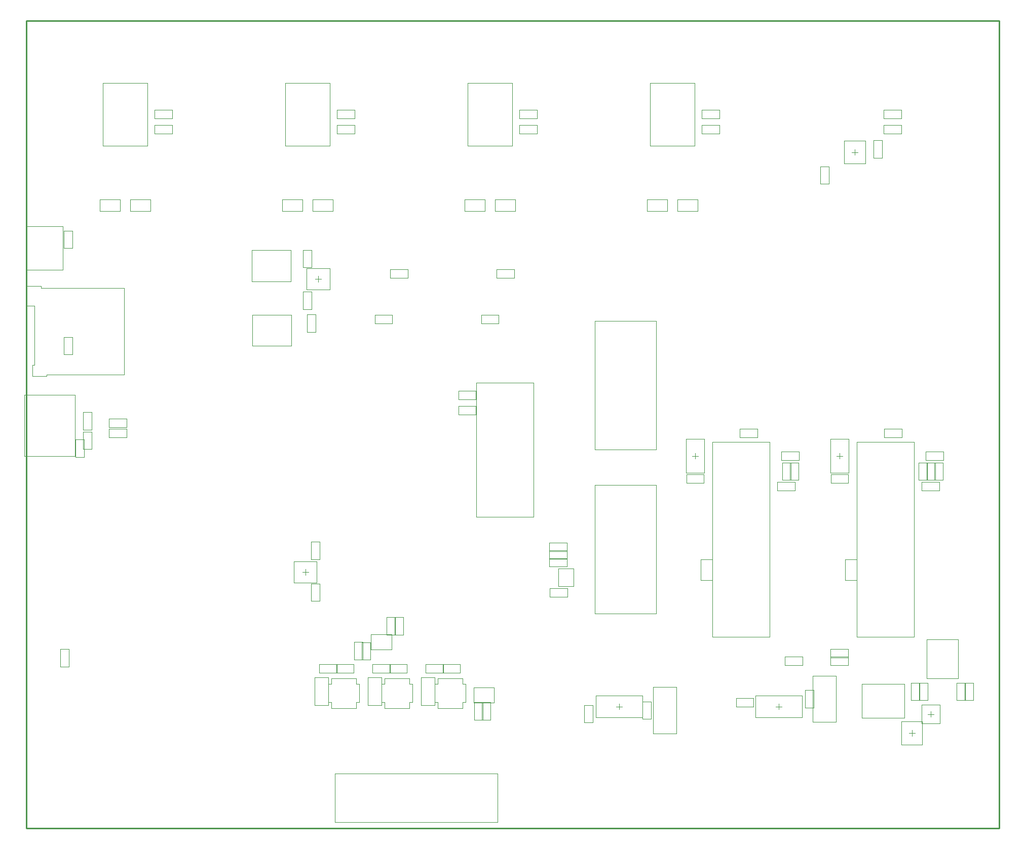
<source format=gko>
G04*
G04 #@! TF.GenerationSoftware,Altium Limited,Altium Designer,22.10.1 (41)*
G04*
G04 Layer_Color=32768*
%FSLAX25Y25*%
%MOIN*%
G70*
G04*
G04 #@! TF.SameCoordinates,F9F3A06B-563E-4FCB-9898-75D578650021*
G04*
G04*
G04 #@! TF.FilePolarity,Positive*
G04*
G01*
G75*
%ADD14C,0.01000*%
%ADD163C,0.00197*%
%ADD164C,0.00394*%
D14*
X25000Y25000D02*
X664921D01*
X25000Y556496D02*
X664921D01*
Y25000D02*
Y556496D01*
X25000Y25000D02*
Y556496D01*
D163*
X563630Y188276D02*
Y201724D01*
X571370Y188276D02*
Y201724D01*
X563630D02*
X571370D01*
X563630Y188276D02*
X571370D01*
X468630D02*
Y201724D01*
X476370Y188276D02*
Y201724D01*
X468630D02*
X476370D01*
X468630Y188276D02*
X476370D01*
X600610Y95079D02*
X614390D01*
X600610Y79921D02*
X614390D01*
X600610D02*
Y95079D01*
X614390Y79921D02*
Y95079D01*
X602496Y97478D02*
Y119722D01*
X574504D02*
X602496D01*
X574504Y97478D02*
Y119722D01*
Y97478D02*
X602496D01*
X47185Y131161D02*
Y142697D01*
X52815Y131161D02*
Y142697D01*
X47185D02*
X52815D01*
X47185Y131161D02*
X52815D01*
X320965Y318189D02*
X358760D01*
X320965Y230000D02*
Y318189D01*
Y230000D02*
X358760D01*
Y318189D01*
X216110Y186610D02*
Y200390D01*
X200953Y186610D02*
Y200390D01*
X216110D01*
X200953Y186610D02*
X216110D01*
X504646Y112087D02*
X535354D01*
X504646Y97913D02*
X535354D01*
X504646D02*
Y112087D01*
X535354Y97913D02*
Y112087D01*
X435394Y515669D02*
X464606D01*
X435394Y474331D02*
X464606D01*
X435394D02*
Y515669D01*
X464606Y474331D02*
Y515669D01*
X399646Y112087D02*
X430354D01*
X399646Y97913D02*
X430354D01*
X399646D02*
Y112087D01*
X430354Y97913D02*
Y112087D01*
X315394Y515669D02*
X344606D01*
X315394Y474331D02*
X344606D01*
X315394D02*
Y515669D01*
X344606Y474331D02*
Y515669D01*
X293789Y107738D02*
X295600D01*
Y103997D02*
Y107738D01*
Y103997D02*
X312056D01*
Y107738D01*
X313867D01*
Y119942D01*
X312056D02*
X313867D01*
X312056D02*
Y123682D01*
X295600D02*
X312056D01*
X295600Y119942D02*
Y123682D01*
X293789Y119942D02*
X295600D01*
X293789Y107738D02*
Y119942D01*
X258788Y107738D02*
X260599D01*
Y103997D02*
Y107738D01*
Y103997D02*
X277056D01*
Y107738D01*
X278867D01*
Y119942D01*
X277056D02*
X278867D01*
X277056D02*
Y123682D01*
X260599D02*
X277056D01*
X260599Y119942D02*
Y123682D01*
X258788Y119942D02*
X260599D01*
X258788Y107738D02*
Y119942D01*
X223788Y107738D02*
X225600D01*
Y103997D02*
Y107738D01*
Y103997D02*
X242056D01*
Y107738D01*
X243867D01*
Y119942D01*
X242056D02*
X243867D01*
X242056D02*
Y123682D01*
X225600D02*
X242056D01*
X225600Y119942D02*
Y123682D01*
X223788Y119942D02*
X225600D01*
X223788Y107738D02*
Y119942D01*
X195394Y515669D02*
X224606D01*
X195394Y474331D02*
X224606D01*
X195394D02*
Y515669D01*
X224606Y474331D02*
Y515669D01*
X75394D02*
X104606D01*
X75394Y474331D02*
X104606D01*
X75394D02*
Y515669D01*
X104606Y474331D02*
Y515669D01*
X616606Y272752D02*
X628142D01*
X616606Y267122D02*
X628142D01*
X616606D02*
Y272752D01*
X628142Y267122D02*
Y272752D01*
X62185Y287303D02*
Y298839D01*
X67815Y287303D02*
Y298839D01*
X62185D02*
X67815D01*
X62185Y287303D02*
X67815D01*
X62248Y274358D02*
Y285894D01*
X67878Y274358D02*
Y285894D01*
X62248D02*
X67878D01*
X62248Y274358D02*
X67878D01*
X212752Y366606D02*
Y378142D01*
X207122Y366606D02*
Y378142D01*
Y366606D02*
X212752D01*
X207122Y378142D02*
X212752D01*
Y394106D02*
Y405642D01*
X207122Y394106D02*
Y405642D01*
Y394106D02*
X212752D01*
X207122Y405642D02*
X212752D01*
X212248Y201858D02*
Y213394D01*
X217878Y201858D02*
Y213394D01*
X212248D02*
X217878D01*
X212248Y201858D02*
X217878D01*
X212248Y174358D02*
Y185894D01*
X217878Y174358D02*
Y185894D01*
X212248D02*
X217878D01*
X212248Y174358D02*
X217878D01*
X647852Y109058D02*
Y120594D01*
X642222Y109058D02*
Y120594D01*
X647852D01*
X642222Y109058D02*
X647852D01*
X637048Y109106D02*
Y120642D01*
X642678Y109106D02*
Y120642D01*
X637048Y109106D02*
X642678D01*
X637048Y120642D02*
X642678D01*
X622348Y254106D02*
Y265642D01*
X627978Y254106D02*
Y265642D01*
X622348Y254106D02*
X627978D01*
X622348Y265642D02*
X627978D01*
X617248Y254106D02*
Y265642D01*
X622878Y254106D02*
Y265642D01*
X617248Y254106D02*
X622878D01*
X617248Y265642D02*
X622878D01*
X614106Y252752D02*
X625642D01*
X614106Y247122D02*
X625642D01*
X614106D02*
Y252752D01*
X625642Y247122D02*
Y252752D01*
X612248Y109106D02*
Y120642D01*
X617878Y109106D02*
Y120642D01*
X612248Y109106D02*
X617878D01*
X612248Y120642D02*
X617878D01*
X612048Y254106D02*
Y265642D01*
X617678Y254106D02*
Y265642D01*
X612048Y254106D02*
X617678D01*
X612048Y265642D02*
X617678D01*
X607048Y109106D02*
Y120642D01*
X612678Y109106D02*
Y120642D01*
X607048Y109106D02*
X612678D01*
X607048Y120642D02*
X612678D01*
X589358Y282248D02*
X600894D01*
X589358Y287878D02*
X600894D01*
Y282248D02*
Y287878D01*
X589358Y282248D02*
Y287878D01*
X589106Y497752D02*
X600642D01*
X589106Y492122D02*
X600642D01*
X589106D02*
Y497752D01*
X600642Y492122D02*
Y497752D01*
X589106Y487752D02*
X600642D01*
X589106Y482122D02*
X600642D01*
X589106D02*
Y487752D01*
X600642Y482122D02*
Y487752D01*
X587815Y466161D02*
Y477697D01*
X582185Y466161D02*
Y477697D01*
X587815D01*
X582185Y466161D02*
X587815D01*
X554106Y137752D02*
X565642D01*
X554106Y132122D02*
X565642D01*
X554106D02*
Y137752D01*
X565642Y132122D02*
Y137752D01*
X554058Y137248D02*
X565594D01*
X554058Y142878D02*
X565594D01*
Y137248D02*
Y142878D01*
X554058Y137248D02*
Y142878D01*
X547248Y449106D02*
Y460642D01*
X552878Y449106D02*
Y460642D01*
X547248Y449106D02*
X552878D01*
X547248Y460642D02*
X552878D01*
X542362Y94803D02*
X557638D01*
Y125197D01*
X542362D02*
X557638D01*
X542362Y94803D02*
Y125197D01*
X527348Y254106D02*
Y265642D01*
X532978Y254106D02*
Y265642D01*
X527348Y254106D02*
X532978D01*
X527348Y265642D02*
X532978D01*
X524106Y137752D02*
X535642D01*
X524106Y132122D02*
X535642D01*
X524106D02*
Y137752D01*
X535642Y132122D02*
Y137752D01*
X522248Y254106D02*
Y265642D01*
X527878Y254106D02*
Y265642D01*
X522248Y254106D02*
X527878D01*
X522248Y265642D02*
X527878D01*
X519106Y252752D02*
X530642D01*
X519106Y247122D02*
X530642D01*
X519106D02*
Y252752D01*
X530642Y247122D02*
Y252752D01*
X521606Y272752D02*
X533142D01*
X521606Y267122D02*
X533142D01*
X521606D02*
Y272752D01*
X533142Y267122D02*
Y272752D01*
X491858Y104748D02*
X503394D01*
X491858Y110378D02*
X503394D01*
Y104748D02*
Y110378D01*
X491858Y104748D02*
Y110378D01*
X494358Y282248D02*
X505894D01*
X494358Y287878D02*
X505894D01*
Y282248D02*
Y287878D01*
X494358Y282248D02*
Y287878D01*
X469358Y482248D02*
X480894D01*
X469358Y487878D02*
X480894D01*
Y482248D02*
Y487878D01*
X469358Y482248D02*
Y487878D01*
Y492248D02*
X480894D01*
X469358Y497878D02*
X480894D01*
Y492248D02*
Y497878D01*
X469358Y492248D02*
Y497878D01*
X437362Y117697D02*
X452638D01*
X437362Y87303D02*
Y117697D01*
Y87303D02*
X452638D01*
Y117697D01*
X397752Y94358D02*
Y105894D01*
X392122Y94358D02*
Y105894D01*
X397752D01*
X392122Y94358D02*
X397752D01*
X369358Y177248D02*
X380894D01*
X369358Y182878D02*
X380894D01*
Y177248D02*
Y182878D01*
X369358Y177248D02*
Y182878D01*
X369106Y202652D02*
X380642D01*
X369106Y197022D02*
X380642D01*
X369106D02*
Y202652D01*
X380642Y197022D02*
Y202652D01*
X369106Y207752D02*
X380642D01*
X369106Y202122D02*
X380642D01*
X369106D02*
Y207752D01*
X380642Y202122D02*
Y207752D01*
X369106Y212952D02*
X380642D01*
X369106Y207322D02*
X380642D01*
X369106D02*
Y212952D01*
X380642Y207322D02*
Y212952D01*
X349358Y482248D02*
X360894D01*
X349358Y487878D02*
X360894D01*
Y482248D02*
Y487878D01*
X349358Y482248D02*
Y487878D01*
Y492248D02*
X360894D01*
X349358Y497878D02*
X360894D01*
Y492248D02*
Y497878D01*
X349358Y492248D02*
Y497878D01*
X334358Y387248D02*
X345894D01*
X334358Y392878D02*
X345894D01*
Y387248D02*
Y392878D01*
X334358Y387248D02*
Y392878D01*
X324685Y96161D02*
Y107697D01*
X330315Y96161D02*
Y107697D01*
X324685Y96161D02*
X330315D01*
X324685Y107697D02*
X330315D01*
X325252Y96158D02*
Y107694D01*
X319622Y96158D02*
Y107694D01*
X325252D01*
X319622Y96158D02*
X325252D01*
X298858Y127248D02*
X310394D01*
X298858Y132878D02*
X310394D01*
Y127248D02*
Y132878D01*
X298858Y127248D02*
Y132878D01*
X272815Y152303D02*
Y163839D01*
X267185Y152303D02*
Y163839D01*
X272815D01*
X267185Y152303D02*
X272815D01*
X264358Y387248D02*
X275894D01*
X264358Y392878D02*
X275894D01*
Y387248D02*
Y392878D01*
X264358Y387248D02*
Y392878D01*
X263858Y127248D02*
X275394D01*
X263858Y132878D02*
X275394D01*
Y127248D02*
Y132878D01*
X263858Y127248D02*
Y132878D01*
X261848Y152306D02*
Y163842D01*
X267478Y152306D02*
Y163842D01*
X261848Y152306D02*
X267478D01*
X261848Y163842D02*
X267478D01*
X245748Y135806D02*
Y147342D01*
X251378Y135806D02*
Y147342D01*
X245748Y135806D02*
X251378D01*
X245748Y147342D02*
X251378D01*
X246304Y135851D02*
Y147386D01*
X240674Y135851D02*
Y147386D01*
X246304D01*
X240674Y135851D02*
X246304D01*
X229358Y482248D02*
X240894D01*
X229358Y487878D02*
X240894D01*
Y482248D02*
Y487878D01*
X229358Y482248D02*
Y487878D01*
Y492248D02*
X240894D01*
X229358Y497878D02*
X240894D01*
Y492248D02*
Y497878D01*
X229358Y492248D02*
Y497878D01*
X228858Y127248D02*
X240394D01*
X228858Y132878D02*
X240394D01*
Y127248D02*
Y132878D01*
X228858Y127248D02*
Y132878D01*
X209748Y351606D02*
Y363142D01*
X215378Y351606D02*
Y363142D01*
X209748Y351606D02*
X215378D01*
X209748Y363142D02*
X215378D01*
X109358Y482248D02*
X120894D01*
X109358Y487878D02*
X120894D01*
Y482248D02*
Y487878D01*
X109358Y482248D02*
Y487878D01*
Y492248D02*
X120894D01*
X109358Y497878D02*
X120894D01*
Y492248D02*
Y497878D01*
X109358Y492248D02*
Y497878D01*
X79358Y282248D02*
X90894D01*
X79358Y287878D02*
X90894D01*
Y282248D02*
Y287878D01*
X79358Y282248D02*
Y287878D01*
Y288748D02*
X90894D01*
X79358Y294378D02*
X90894D01*
Y288748D02*
Y294378D01*
X79358Y288748D02*
Y294378D01*
X209390Y379610D02*
Y393390D01*
X224547Y379610D02*
Y393390D01*
X209390Y379610D02*
X224547D01*
X209390Y393390D02*
X224547D01*
X563110Y477579D02*
X576890D01*
X563110Y462421D02*
X576890D01*
Y477579D01*
X563110Y462421D02*
Y477579D01*
X319252Y107638D02*
Y117480D01*
Y107638D02*
X332756D01*
Y117480D01*
X319252D02*
X332756D01*
X251752Y142520D02*
Y152362D01*
Y142520D02*
X265256D01*
Y152362D01*
X251752D02*
X265256D01*
X571220Y150728D02*
Y279272D01*
X608819D01*
Y150728D02*
Y279272D01*
X571220Y150728D02*
X608819D01*
X476221D02*
Y279272D01*
X513819D01*
Y150728D02*
Y279272D01*
X476221Y150728D02*
X513819D01*
X617402Y149260D02*
X637874D01*
Y123642D02*
Y149260D01*
X617402Y123642D02*
X637874D01*
X617402D02*
Y149260D01*
X439350Y166142D02*
Y250787D01*
X398996D02*
X439350D01*
X398996Y166142D02*
Y250787D01*
Y166142D02*
X439350D01*
Y274213D02*
Y358858D01*
X398996D02*
X439350D01*
X398996Y274213D02*
Y358858D01*
Y274213D02*
X439350D01*
X228015Y60984D02*
X334983D01*
Y28858D02*
Y60984D01*
X228015Y29016D02*
X334983Y28858D01*
X228015Y29016D02*
Y60984D01*
X173240Y384902D02*
Y405374D01*
X198858D01*
Y384902D02*
Y405374D01*
X173240Y384902D02*
X198858D01*
X173642Y342402D02*
Y362874D01*
X199260D01*
Y342402D02*
Y362874D01*
X173642Y342402D02*
X199260D01*
X89249Y323472D02*
Y380559D01*
X34524D02*
X89249D01*
X34524D02*
Y381740D01*
X25076D02*
X34524D01*
X25076Y368748D02*
Y381740D01*
Y368748D02*
X30194D01*
Y329969D02*
Y368748D01*
X29013Y329969D02*
X30194D01*
X29013Y322488D02*
Y329969D01*
Y322488D02*
X38461D01*
Y323472D01*
X89249D01*
X25216Y421339D02*
X49035D01*
X25216Y392598D02*
Y421339D01*
Y392598D02*
X49035D01*
Y421339D01*
X56968Y269921D02*
Y310079D01*
X23779Y269921D02*
X56968D01*
X23779D02*
Y310079D01*
X56968D01*
X626102Y93858D02*
Y106142D01*
X613898Y93858D02*
Y106142D01*
Y93858D02*
X626102D01*
X613898Y106142D02*
X626102D01*
X554095Y281221D02*
X565906D01*
X554095Y258780D02*
X565906D01*
Y281221D01*
X554095Y258780D02*
Y281221D01*
X459094D02*
X470905D01*
X459094Y258780D02*
X470905D01*
Y281221D01*
X459094Y258780D02*
Y281221D01*
X375079Y184095D02*
X384921D01*
Y195905D01*
X375079D02*
X384921D01*
X375079Y184095D02*
Y195905D01*
X284472Y105748D02*
Y124252D01*
X293527D01*
Y105748D02*
Y124252D01*
X284472Y105748D02*
X293527D01*
X249471D02*
Y124252D01*
X258527D01*
Y105748D02*
Y124252D01*
X249471Y105748D02*
X258527D01*
X214472D02*
Y124252D01*
X223527D01*
Y105748D02*
Y124252D01*
X214472Y105748D02*
X223527D01*
X320768Y297185D02*
Y302815D01*
X309232Y297185D02*
Y302815D01*
Y297185D02*
X320768D01*
X309232Y302815D02*
X320768D01*
Y307185D02*
Y312815D01*
X309232Y307185D02*
Y312815D01*
Y307185D02*
X320768D01*
X309232Y312815D02*
X320768D01*
X565768Y252185D02*
Y257815D01*
X554232Y252185D02*
Y257815D01*
X565768D01*
X554232Y252185D02*
X565768D01*
X537185Y115768D02*
X542815D01*
X537185Y104232D02*
X542815D01*
X537185D02*
Y115768D01*
X542815Y104232D02*
Y115768D01*
X470768Y252185D02*
Y257815D01*
X459232Y252185D02*
Y257815D01*
X470768D01*
X459232Y252185D02*
X470768D01*
X453276Y431130D02*
X466724D01*
X453276Y438870D02*
X466724D01*
X453276Y431130D02*
Y438870D01*
X466724Y431130D02*
Y438870D01*
X433276D02*
X446724D01*
X433276Y431130D02*
X446724D01*
Y438870D01*
X433276Y431130D02*
Y438870D01*
X430185Y108268D02*
X435815D01*
X430185Y96732D02*
X435815D01*
X430185D02*
Y108268D01*
X435815Y96732D02*
Y108268D01*
X333276Y431130D02*
X346724D01*
X333276Y438870D02*
X346724D01*
X333276Y431130D02*
Y438870D01*
X346724Y431130D02*
Y438870D01*
X335768Y357185D02*
Y362815D01*
X324232Y357185D02*
Y362815D01*
X335768D01*
X324232Y357185D02*
X335768D01*
X313276Y438870D02*
X326724D01*
X313276Y431130D02*
X326724D01*
Y438870D01*
X313276Y431130D02*
Y438870D01*
X299268Y127185D02*
Y132815D01*
X287732Y127185D02*
Y132815D01*
X299268D01*
X287732Y127185D02*
X299268D01*
X265768Y357185D02*
Y362815D01*
X254232Y357185D02*
Y362815D01*
X265768D01*
X254232Y357185D02*
X265768D01*
X264268Y127185D02*
Y132815D01*
X252732Y127185D02*
Y132815D01*
X264268D01*
X252732Y127185D02*
X264268D01*
X229268D02*
Y132815D01*
X217732Y127185D02*
Y132815D01*
X229268D01*
X217732Y127185D02*
X229268D01*
X213276Y431130D02*
X226724D01*
X213276Y438870D02*
X226724D01*
X213276Y431130D02*
Y438870D01*
X226724Y431130D02*
Y438870D01*
X193276D02*
X206724D01*
X193276Y431130D02*
X206724D01*
Y438870D01*
X193276Y431130D02*
Y438870D01*
X93276Y431130D02*
X106724D01*
X93276Y438870D02*
X106724D01*
X93276Y431130D02*
Y438870D01*
X106724Y431130D02*
Y438870D01*
X73276D02*
X86724D01*
X73276Y431130D02*
X86724D01*
Y438870D01*
X73276Y431130D02*
Y438870D01*
X57185Y280768D02*
X62815D01*
X57185Y269232D02*
X62815D01*
X57185D02*
Y280768D01*
X62815Y269232D02*
Y280768D01*
X49685Y406732D02*
X55315D01*
X49685Y418268D02*
X55315D01*
Y406732D02*
Y418268D01*
X49685Y406732D02*
Y418268D01*
Y348268D02*
X55315D01*
X49685Y336732D02*
X55315D01*
X49685D02*
Y348268D01*
X55315Y336732D02*
Y348268D01*
D164*
X607500Y85532D02*
Y89468D01*
X605532Y87500D02*
X609469D01*
X206563Y193500D02*
X210500D01*
X208531Y191532D02*
Y195468D01*
X520000Y103032D02*
Y106968D01*
X518032Y105000D02*
X521969D01*
X415000Y103032D02*
Y106968D01*
X413031Y105000D02*
X416968D01*
X215000Y386500D02*
X218937D01*
X216968Y384531D02*
Y388469D01*
X570000Y468032D02*
Y471969D01*
X568032Y470000D02*
X571969D01*
X618032Y100000D02*
X621969D01*
X620000Y98032D02*
Y101969D01*
X560000Y268032D02*
Y271969D01*
X558032Y270000D02*
X561969D01*
X465000Y268032D02*
Y271969D01*
X463031Y270000D02*
X466968D01*
M02*

</source>
